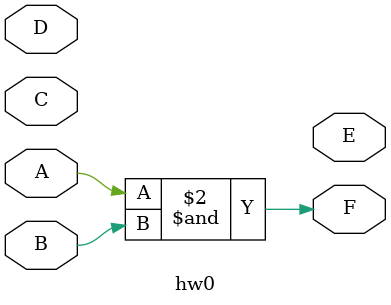
<source format=v>
`timescale 1ns / 1ps


module hw0(A, B, C, D, E, F);
    input A, B, C, D;
    output E, F;
    reg F;
    
    always @(A, B)
    begin
        F <= A & B;
    end
endmodule

</source>
